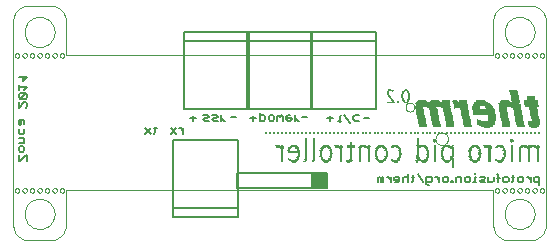
<source format=gbo>
G75*
%MOIN*%
%OFA0B0*%
%FSLAX24Y24*%
%IPPOS*%
%LPD*%
%AMOC8*
5,1,8,0,0,1.08239X$1,22.5*
%
%ADD10C,0.0000*%
%ADD11C,0.0050*%
%ADD12R,0.0080X0.0020*%
%ADD13R,0.0120X0.0020*%
%ADD14R,0.0060X0.0020*%
%ADD15R,0.0140X0.0020*%
%ADD16R,0.0100X0.0020*%
%ADD17R,0.0220X0.0020*%
%ADD18R,0.0200X0.0020*%
%ADD19R,0.0180X0.0020*%
%ADD20R,0.0260X0.0020*%
%ADD21R,0.0240X0.0020*%
%ADD22R,0.0160X0.0020*%
%ADD23R,0.0020X0.0020*%
%ADD24R,0.0040X0.0020*%
%ADD25R,0.0420X0.0020*%
%ADD26R,0.0660X0.0020*%
%ADD27R,0.0360X0.0020*%
%ADD28R,0.0340X0.0020*%
%ADD29R,0.0380X0.0020*%
%ADD30R,0.0280X0.0020*%
%ADD31R,0.0320X0.0020*%
%ADD32R,0.0300X0.0020*%
%ADD33R,0.0400X0.0020*%
%ADD34R,0.0480X0.0020*%
%ADD35R,0.0520X0.0020*%
%ADD36R,0.0580X0.0020*%
%ADD37R,0.0620X0.0020*%
%ADD38R,0.0600X0.0020*%
%ADD39R,0.0760X0.0020*%
%ADD40R,0.0740X0.0020*%
%ADD41R,0.0460X0.0020*%
%ADD42R,0.0440X0.0020*%
%ADD43R,0.0720X0.0020*%
%ADD44R,0.1160X0.0020*%
%ADD45R,0.0700X0.0020*%
%ADD46R,0.0560X0.0020*%
%ADD47R,0.1140X0.0020*%
%ADD48R,0.0680X0.0020*%
%ADD49R,0.1120X0.0020*%
D10*
X004943Y002737D02*
X005693Y002737D01*
X005737Y002739D01*
X005780Y002745D01*
X005822Y002754D01*
X005864Y002767D01*
X005904Y002784D01*
X005943Y002804D01*
X005980Y002827D01*
X006014Y002854D01*
X006047Y002883D01*
X006076Y002916D01*
X006103Y002950D01*
X006126Y002987D01*
X006146Y003026D01*
X006163Y003066D01*
X006176Y003108D01*
X006185Y003150D01*
X006191Y003193D01*
X006193Y003237D01*
X006193Y004393D01*
X020443Y004393D01*
X020443Y003237D01*
X020445Y003193D01*
X020451Y003150D01*
X020460Y003108D01*
X020473Y003066D01*
X020490Y003026D01*
X020510Y002987D01*
X020533Y002950D01*
X020560Y002916D01*
X020589Y002883D01*
X020622Y002854D01*
X020656Y002827D01*
X020693Y002804D01*
X020732Y002784D01*
X020772Y002767D01*
X020814Y002754D01*
X020856Y002745D01*
X020899Y002739D01*
X020943Y002737D01*
X021693Y002737D01*
X021737Y002739D01*
X021780Y002745D01*
X021822Y002754D01*
X021864Y002767D01*
X021904Y002784D01*
X021943Y002804D01*
X021980Y002827D01*
X022014Y002854D01*
X022047Y002883D01*
X022076Y002916D01*
X022103Y002950D01*
X022126Y002987D01*
X022146Y003026D01*
X022163Y003066D01*
X022176Y003108D01*
X022185Y003150D01*
X022191Y003193D01*
X022193Y003237D01*
X022193Y010050D01*
X022191Y010094D01*
X022185Y010137D01*
X022176Y010179D01*
X022163Y010221D01*
X022146Y010261D01*
X022126Y010300D01*
X022103Y010337D01*
X022076Y010371D01*
X022047Y010404D01*
X022014Y010433D01*
X021980Y010460D01*
X021943Y010483D01*
X021904Y010503D01*
X021864Y010520D01*
X021822Y010533D01*
X021780Y010542D01*
X021737Y010548D01*
X021693Y010550D01*
X020943Y010550D01*
X020899Y010548D01*
X020856Y010542D01*
X020814Y010533D01*
X020772Y010520D01*
X020732Y010503D01*
X020693Y010483D01*
X020656Y010460D01*
X020622Y010433D01*
X020589Y010404D01*
X020560Y010371D01*
X020533Y010337D01*
X020510Y010300D01*
X020490Y010261D01*
X020473Y010221D01*
X020460Y010179D01*
X020451Y010137D01*
X020445Y010094D01*
X020443Y010050D01*
X020443Y008893D01*
X006193Y008893D01*
X006193Y010050D01*
X006191Y010094D01*
X006185Y010137D01*
X006176Y010179D01*
X006163Y010221D01*
X006146Y010261D01*
X006126Y010300D01*
X006103Y010337D01*
X006076Y010371D01*
X006047Y010404D01*
X006014Y010433D01*
X005980Y010460D01*
X005943Y010483D01*
X005904Y010503D01*
X005864Y010520D01*
X005822Y010533D01*
X005780Y010542D01*
X005737Y010548D01*
X005693Y010550D01*
X004943Y010550D01*
X004899Y010548D01*
X004856Y010542D01*
X004814Y010533D01*
X004772Y010520D01*
X004732Y010503D01*
X004693Y010483D01*
X004656Y010460D01*
X004622Y010433D01*
X004589Y010404D01*
X004560Y010371D01*
X004533Y010337D01*
X004510Y010300D01*
X004490Y010261D01*
X004473Y010221D01*
X004460Y010179D01*
X004451Y010137D01*
X004445Y010094D01*
X004443Y010050D01*
X004443Y003237D01*
X004445Y003193D01*
X004451Y003150D01*
X004460Y003108D01*
X004473Y003066D01*
X004490Y003026D01*
X004510Y002987D01*
X004533Y002950D01*
X004560Y002916D01*
X004589Y002883D01*
X004622Y002854D01*
X004656Y002827D01*
X004693Y002804D01*
X004732Y002784D01*
X004772Y002767D01*
X004814Y002754D01*
X004856Y002745D01*
X004899Y002739D01*
X004943Y002737D01*
X004818Y003612D02*
X004820Y003656D01*
X004826Y003700D01*
X004836Y003743D01*
X004849Y003785D01*
X004866Y003826D01*
X004887Y003865D01*
X004911Y003902D01*
X004938Y003937D01*
X004968Y003969D01*
X005001Y003999D01*
X005037Y004025D01*
X005074Y004049D01*
X005114Y004068D01*
X005155Y004085D01*
X005198Y004097D01*
X005241Y004106D01*
X005285Y004111D01*
X005329Y004112D01*
X005373Y004109D01*
X005417Y004102D01*
X005460Y004091D01*
X005502Y004077D01*
X005542Y004059D01*
X005581Y004037D01*
X005617Y004013D01*
X005651Y003985D01*
X005683Y003954D01*
X005712Y003920D01*
X005738Y003884D01*
X005760Y003846D01*
X005779Y003806D01*
X005794Y003764D01*
X005806Y003722D01*
X005814Y003678D01*
X005818Y003634D01*
X005818Y003590D01*
X005814Y003546D01*
X005806Y003502D01*
X005794Y003460D01*
X005779Y003418D01*
X005760Y003378D01*
X005738Y003340D01*
X005712Y003304D01*
X005683Y003270D01*
X005651Y003239D01*
X005617Y003211D01*
X005581Y003187D01*
X005542Y003165D01*
X005502Y003147D01*
X005460Y003133D01*
X005417Y003122D01*
X005373Y003115D01*
X005329Y003112D01*
X005285Y003113D01*
X005241Y003118D01*
X005198Y003127D01*
X005155Y003139D01*
X005114Y003156D01*
X005074Y003175D01*
X005037Y003199D01*
X005001Y003225D01*
X004968Y003255D01*
X004938Y003287D01*
X004911Y003322D01*
X004887Y003359D01*
X004866Y003398D01*
X004849Y003439D01*
X004836Y003481D01*
X004826Y003524D01*
X004820Y003568D01*
X004818Y003612D01*
X004743Y004393D02*
X004745Y004410D01*
X004750Y004426D01*
X004759Y004440D01*
X004771Y004452D01*
X004785Y004461D01*
X004801Y004466D01*
X004818Y004468D01*
X004835Y004466D01*
X004851Y004461D01*
X004865Y004452D01*
X004877Y004440D01*
X004886Y004426D01*
X004891Y004410D01*
X004893Y004393D01*
X004891Y004376D01*
X004886Y004360D01*
X004877Y004346D01*
X004865Y004334D01*
X004851Y004325D01*
X004835Y004320D01*
X004818Y004318D01*
X004801Y004320D01*
X004785Y004325D01*
X004771Y004334D01*
X004759Y004346D01*
X004750Y004360D01*
X004745Y004376D01*
X004743Y004393D01*
X004493Y004393D02*
X004495Y004410D01*
X004500Y004426D01*
X004509Y004440D01*
X004521Y004452D01*
X004535Y004461D01*
X004551Y004466D01*
X004568Y004468D01*
X004585Y004466D01*
X004601Y004461D01*
X004615Y004452D01*
X004627Y004440D01*
X004636Y004426D01*
X004641Y004410D01*
X004643Y004393D01*
X004641Y004376D01*
X004636Y004360D01*
X004627Y004346D01*
X004615Y004334D01*
X004601Y004325D01*
X004585Y004320D01*
X004568Y004318D01*
X004551Y004320D01*
X004535Y004325D01*
X004521Y004334D01*
X004509Y004346D01*
X004500Y004360D01*
X004495Y004376D01*
X004493Y004393D01*
X004993Y004393D02*
X004995Y004410D01*
X005000Y004426D01*
X005009Y004440D01*
X005021Y004452D01*
X005035Y004461D01*
X005051Y004466D01*
X005068Y004468D01*
X005085Y004466D01*
X005101Y004461D01*
X005115Y004452D01*
X005127Y004440D01*
X005136Y004426D01*
X005141Y004410D01*
X005143Y004393D01*
X005141Y004376D01*
X005136Y004360D01*
X005127Y004346D01*
X005115Y004334D01*
X005101Y004325D01*
X005085Y004320D01*
X005068Y004318D01*
X005051Y004320D01*
X005035Y004325D01*
X005021Y004334D01*
X005009Y004346D01*
X005000Y004360D01*
X004995Y004376D01*
X004993Y004393D01*
X005243Y004393D02*
X005245Y004410D01*
X005250Y004426D01*
X005259Y004440D01*
X005271Y004452D01*
X005285Y004461D01*
X005301Y004466D01*
X005318Y004468D01*
X005335Y004466D01*
X005351Y004461D01*
X005365Y004452D01*
X005377Y004440D01*
X005386Y004426D01*
X005391Y004410D01*
X005393Y004393D01*
X005391Y004376D01*
X005386Y004360D01*
X005377Y004346D01*
X005365Y004334D01*
X005351Y004325D01*
X005335Y004320D01*
X005318Y004318D01*
X005301Y004320D01*
X005285Y004325D01*
X005271Y004334D01*
X005259Y004346D01*
X005250Y004360D01*
X005245Y004376D01*
X005243Y004393D01*
X005493Y004393D02*
X005495Y004410D01*
X005500Y004426D01*
X005509Y004440D01*
X005521Y004452D01*
X005535Y004461D01*
X005551Y004466D01*
X005568Y004468D01*
X005585Y004466D01*
X005601Y004461D01*
X005615Y004452D01*
X005627Y004440D01*
X005636Y004426D01*
X005641Y004410D01*
X005643Y004393D01*
X005641Y004376D01*
X005636Y004360D01*
X005627Y004346D01*
X005615Y004334D01*
X005601Y004325D01*
X005585Y004320D01*
X005568Y004318D01*
X005551Y004320D01*
X005535Y004325D01*
X005521Y004334D01*
X005509Y004346D01*
X005500Y004360D01*
X005495Y004376D01*
X005493Y004393D01*
X005743Y004393D02*
X005745Y004410D01*
X005750Y004426D01*
X005759Y004440D01*
X005771Y004452D01*
X005785Y004461D01*
X005801Y004466D01*
X005818Y004468D01*
X005835Y004466D01*
X005851Y004461D01*
X005865Y004452D01*
X005877Y004440D01*
X005886Y004426D01*
X005891Y004410D01*
X005893Y004393D01*
X005891Y004376D01*
X005886Y004360D01*
X005877Y004346D01*
X005865Y004334D01*
X005851Y004325D01*
X005835Y004320D01*
X005818Y004318D01*
X005801Y004320D01*
X005785Y004325D01*
X005771Y004334D01*
X005759Y004346D01*
X005750Y004360D01*
X005745Y004376D01*
X005743Y004393D01*
X005993Y004393D02*
X005995Y004410D01*
X006000Y004426D01*
X006009Y004440D01*
X006021Y004452D01*
X006035Y004461D01*
X006051Y004466D01*
X006068Y004468D01*
X006085Y004466D01*
X006101Y004461D01*
X006115Y004452D01*
X006127Y004440D01*
X006136Y004426D01*
X006141Y004410D01*
X006143Y004393D01*
X006141Y004376D01*
X006136Y004360D01*
X006127Y004346D01*
X006115Y004334D01*
X006101Y004325D01*
X006085Y004320D01*
X006068Y004318D01*
X006051Y004320D01*
X006035Y004325D01*
X006021Y004334D01*
X006009Y004346D01*
X006000Y004360D01*
X005995Y004376D01*
X005993Y004393D01*
X005993Y008893D02*
X005995Y008910D01*
X006000Y008926D01*
X006009Y008940D01*
X006021Y008952D01*
X006035Y008961D01*
X006051Y008966D01*
X006068Y008968D01*
X006085Y008966D01*
X006101Y008961D01*
X006115Y008952D01*
X006127Y008940D01*
X006136Y008926D01*
X006141Y008910D01*
X006143Y008893D01*
X006141Y008876D01*
X006136Y008860D01*
X006127Y008846D01*
X006115Y008834D01*
X006101Y008825D01*
X006085Y008820D01*
X006068Y008818D01*
X006051Y008820D01*
X006035Y008825D01*
X006021Y008834D01*
X006009Y008846D01*
X006000Y008860D01*
X005995Y008876D01*
X005993Y008893D01*
X005743Y008893D02*
X005745Y008910D01*
X005750Y008926D01*
X005759Y008940D01*
X005771Y008952D01*
X005785Y008961D01*
X005801Y008966D01*
X005818Y008968D01*
X005835Y008966D01*
X005851Y008961D01*
X005865Y008952D01*
X005877Y008940D01*
X005886Y008926D01*
X005891Y008910D01*
X005893Y008893D01*
X005891Y008876D01*
X005886Y008860D01*
X005877Y008846D01*
X005865Y008834D01*
X005851Y008825D01*
X005835Y008820D01*
X005818Y008818D01*
X005801Y008820D01*
X005785Y008825D01*
X005771Y008834D01*
X005759Y008846D01*
X005750Y008860D01*
X005745Y008876D01*
X005743Y008893D01*
X005493Y008893D02*
X005495Y008910D01*
X005500Y008926D01*
X005509Y008940D01*
X005521Y008952D01*
X005535Y008961D01*
X005551Y008966D01*
X005568Y008968D01*
X005585Y008966D01*
X005601Y008961D01*
X005615Y008952D01*
X005627Y008940D01*
X005636Y008926D01*
X005641Y008910D01*
X005643Y008893D01*
X005641Y008876D01*
X005636Y008860D01*
X005627Y008846D01*
X005615Y008834D01*
X005601Y008825D01*
X005585Y008820D01*
X005568Y008818D01*
X005551Y008820D01*
X005535Y008825D01*
X005521Y008834D01*
X005509Y008846D01*
X005500Y008860D01*
X005495Y008876D01*
X005493Y008893D01*
X005243Y008893D02*
X005245Y008910D01*
X005250Y008926D01*
X005259Y008940D01*
X005271Y008952D01*
X005285Y008961D01*
X005301Y008966D01*
X005318Y008968D01*
X005335Y008966D01*
X005351Y008961D01*
X005365Y008952D01*
X005377Y008940D01*
X005386Y008926D01*
X005391Y008910D01*
X005393Y008893D01*
X005391Y008876D01*
X005386Y008860D01*
X005377Y008846D01*
X005365Y008834D01*
X005351Y008825D01*
X005335Y008820D01*
X005318Y008818D01*
X005301Y008820D01*
X005285Y008825D01*
X005271Y008834D01*
X005259Y008846D01*
X005250Y008860D01*
X005245Y008876D01*
X005243Y008893D01*
X004993Y008893D02*
X004995Y008910D01*
X005000Y008926D01*
X005009Y008940D01*
X005021Y008952D01*
X005035Y008961D01*
X005051Y008966D01*
X005068Y008968D01*
X005085Y008966D01*
X005101Y008961D01*
X005115Y008952D01*
X005127Y008940D01*
X005136Y008926D01*
X005141Y008910D01*
X005143Y008893D01*
X005141Y008876D01*
X005136Y008860D01*
X005127Y008846D01*
X005115Y008834D01*
X005101Y008825D01*
X005085Y008820D01*
X005068Y008818D01*
X005051Y008820D01*
X005035Y008825D01*
X005021Y008834D01*
X005009Y008846D01*
X005000Y008860D01*
X004995Y008876D01*
X004993Y008893D01*
X004743Y008893D02*
X004745Y008910D01*
X004750Y008926D01*
X004759Y008940D01*
X004771Y008952D01*
X004785Y008961D01*
X004801Y008966D01*
X004818Y008968D01*
X004835Y008966D01*
X004851Y008961D01*
X004865Y008952D01*
X004877Y008940D01*
X004886Y008926D01*
X004891Y008910D01*
X004893Y008893D01*
X004891Y008876D01*
X004886Y008860D01*
X004877Y008846D01*
X004865Y008834D01*
X004851Y008825D01*
X004835Y008820D01*
X004818Y008818D01*
X004801Y008820D01*
X004785Y008825D01*
X004771Y008834D01*
X004759Y008846D01*
X004750Y008860D01*
X004745Y008876D01*
X004743Y008893D01*
X004493Y008893D02*
X004495Y008910D01*
X004500Y008926D01*
X004509Y008940D01*
X004521Y008952D01*
X004535Y008961D01*
X004551Y008966D01*
X004568Y008968D01*
X004585Y008966D01*
X004601Y008961D01*
X004615Y008952D01*
X004627Y008940D01*
X004636Y008926D01*
X004641Y008910D01*
X004643Y008893D01*
X004641Y008876D01*
X004636Y008860D01*
X004627Y008846D01*
X004615Y008834D01*
X004601Y008825D01*
X004585Y008820D01*
X004568Y008818D01*
X004551Y008820D01*
X004535Y008825D01*
X004521Y008834D01*
X004509Y008846D01*
X004500Y008860D01*
X004495Y008876D01*
X004493Y008893D01*
X004818Y009675D02*
X004820Y009719D01*
X004826Y009763D01*
X004836Y009806D01*
X004849Y009848D01*
X004866Y009889D01*
X004887Y009928D01*
X004911Y009965D01*
X004938Y010000D01*
X004968Y010032D01*
X005001Y010062D01*
X005037Y010088D01*
X005074Y010112D01*
X005114Y010131D01*
X005155Y010148D01*
X005198Y010160D01*
X005241Y010169D01*
X005285Y010174D01*
X005329Y010175D01*
X005373Y010172D01*
X005417Y010165D01*
X005460Y010154D01*
X005502Y010140D01*
X005542Y010122D01*
X005581Y010100D01*
X005617Y010076D01*
X005651Y010048D01*
X005683Y010017D01*
X005712Y009983D01*
X005738Y009947D01*
X005760Y009909D01*
X005779Y009869D01*
X005794Y009827D01*
X005806Y009785D01*
X005814Y009741D01*
X005818Y009697D01*
X005818Y009653D01*
X005814Y009609D01*
X005806Y009565D01*
X005794Y009523D01*
X005779Y009481D01*
X005760Y009441D01*
X005738Y009403D01*
X005712Y009367D01*
X005683Y009333D01*
X005651Y009302D01*
X005617Y009274D01*
X005581Y009250D01*
X005542Y009228D01*
X005502Y009210D01*
X005460Y009196D01*
X005417Y009185D01*
X005373Y009178D01*
X005329Y009175D01*
X005285Y009176D01*
X005241Y009181D01*
X005198Y009190D01*
X005155Y009202D01*
X005114Y009219D01*
X005074Y009238D01*
X005037Y009262D01*
X005001Y009288D01*
X004968Y009318D01*
X004938Y009350D01*
X004911Y009385D01*
X004887Y009422D01*
X004866Y009461D01*
X004849Y009502D01*
X004836Y009544D01*
X004826Y009587D01*
X004820Y009631D01*
X004818Y009675D01*
X017516Y007172D02*
X017518Y007196D01*
X017524Y007219D01*
X017533Y007241D01*
X017546Y007261D01*
X017561Y007279D01*
X017580Y007294D01*
X017601Y007306D01*
X017623Y007314D01*
X017646Y007319D01*
X017670Y007320D01*
X017694Y007317D01*
X017716Y007310D01*
X017738Y007300D01*
X017758Y007287D01*
X017775Y007270D01*
X017789Y007251D01*
X017800Y007230D01*
X017808Y007207D01*
X017812Y007184D01*
X017812Y007160D01*
X017808Y007137D01*
X017800Y007114D01*
X017789Y007093D01*
X017775Y007074D01*
X017758Y007057D01*
X017738Y007044D01*
X017716Y007034D01*
X017694Y007027D01*
X017670Y007024D01*
X017646Y007025D01*
X017623Y007030D01*
X017601Y007038D01*
X017580Y007050D01*
X017561Y007065D01*
X017546Y007083D01*
X017533Y007103D01*
X017524Y007125D01*
X017518Y007148D01*
X017516Y007172D01*
X018515Y006114D02*
X018517Y006142D01*
X018523Y006170D01*
X018532Y006196D01*
X018545Y006222D01*
X018561Y006245D01*
X018581Y006265D01*
X018603Y006283D01*
X018627Y006298D01*
X018653Y006309D01*
X018680Y006317D01*
X018708Y006321D01*
X018736Y006321D01*
X018764Y006317D01*
X018791Y006309D01*
X018817Y006298D01*
X018841Y006283D01*
X018863Y006265D01*
X018883Y006245D01*
X018899Y006222D01*
X018912Y006196D01*
X018921Y006170D01*
X018927Y006142D01*
X018929Y006114D01*
X018927Y006086D01*
X018921Y006058D01*
X018912Y006032D01*
X018899Y006006D01*
X018883Y005983D01*
X018863Y005963D01*
X018841Y005945D01*
X018817Y005930D01*
X018791Y005919D01*
X018764Y005911D01*
X018736Y005907D01*
X018708Y005907D01*
X018680Y005911D01*
X018653Y005919D01*
X018627Y005930D01*
X018603Y005945D01*
X018581Y005963D01*
X018561Y005983D01*
X018545Y006006D01*
X018532Y006032D01*
X018523Y006058D01*
X018517Y006086D01*
X018515Y006114D01*
X020493Y004393D02*
X020495Y004410D01*
X020500Y004426D01*
X020509Y004440D01*
X020521Y004452D01*
X020535Y004461D01*
X020551Y004466D01*
X020568Y004468D01*
X020585Y004466D01*
X020601Y004461D01*
X020615Y004452D01*
X020627Y004440D01*
X020636Y004426D01*
X020641Y004410D01*
X020643Y004393D01*
X020641Y004376D01*
X020636Y004360D01*
X020627Y004346D01*
X020615Y004334D01*
X020601Y004325D01*
X020585Y004320D01*
X020568Y004318D01*
X020551Y004320D01*
X020535Y004325D01*
X020521Y004334D01*
X020509Y004346D01*
X020500Y004360D01*
X020495Y004376D01*
X020493Y004393D01*
X020743Y004393D02*
X020745Y004410D01*
X020750Y004426D01*
X020759Y004440D01*
X020771Y004452D01*
X020785Y004461D01*
X020801Y004466D01*
X020818Y004468D01*
X020835Y004466D01*
X020851Y004461D01*
X020865Y004452D01*
X020877Y004440D01*
X020886Y004426D01*
X020891Y004410D01*
X020893Y004393D01*
X020891Y004376D01*
X020886Y004360D01*
X020877Y004346D01*
X020865Y004334D01*
X020851Y004325D01*
X020835Y004320D01*
X020818Y004318D01*
X020801Y004320D01*
X020785Y004325D01*
X020771Y004334D01*
X020759Y004346D01*
X020750Y004360D01*
X020745Y004376D01*
X020743Y004393D01*
X020993Y004393D02*
X020995Y004410D01*
X021000Y004426D01*
X021009Y004440D01*
X021021Y004452D01*
X021035Y004461D01*
X021051Y004466D01*
X021068Y004468D01*
X021085Y004466D01*
X021101Y004461D01*
X021115Y004452D01*
X021127Y004440D01*
X021136Y004426D01*
X021141Y004410D01*
X021143Y004393D01*
X021141Y004376D01*
X021136Y004360D01*
X021127Y004346D01*
X021115Y004334D01*
X021101Y004325D01*
X021085Y004320D01*
X021068Y004318D01*
X021051Y004320D01*
X021035Y004325D01*
X021021Y004334D01*
X021009Y004346D01*
X021000Y004360D01*
X020995Y004376D01*
X020993Y004393D01*
X021243Y004393D02*
X021245Y004410D01*
X021250Y004426D01*
X021259Y004440D01*
X021271Y004452D01*
X021285Y004461D01*
X021301Y004466D01*
X021318Y004468D01*
X021335Y004466D01*
X021351Y004461D01*
X021365Y004452D01*
X021377Y004440D01*
X021386Y004426D01*
X021391Y004410D01*
X021393Y004393D01*
X021391Y004376D01*
X021386Y004360D01*
X021377Y004346D01*
X021365Y004334D01*
X021351Y004325D01*
X021335Y004320D01*
X021318Y004318D01*
X021301Y004320D01*
X021285Y004325D01*
X021271Y004334D01*
X021259Y004346D01*
X021250Y004360D01*
X021245Y004376D01*
X021243Y004393D01*
X021493Y004393D02*
X021495Y004410D01*
X021500Y004426D01*
X021509Y004440D01*
X021521Y004452D01*
X021535Y004461D01*
X021551Y004466D01*
X021568Y004468D01*
X021585Y004466D01*
X021601Y004461D01*
X021615Y004452D01*
X021627Y004440D01*
X021636Y004426D01*
X021641Y004410D01*
X021643Y004393D01*
X021641Y004376D01*
X021636Y004360D01*
X021627Y004346D01*
X021615Y004334D01*
X021601Y004325D01*
X021585Y004320D01*
X021568Y004318D01*
X021551Y004320D01*
X021535Y004325D01*
X021521Y004334D01*
X021509Y004346D01*
X021500Y004360D01*
X021495Y004376D01*
X021493Y004393D01*
X021743Y004393D02*
X021745Y004410D01*
X021750Y004426D01*
X021759Y004440D01*
X021771Y004452D01*
X021785Y004461D01*
X021801Y004466D01*
X021818Y004468D01*
X021835Y004466D01*
X021851Y004461D01*
X021865Y004452D01*
X021877Y004440D01*
X021886Y004426D01*
X021891Y004410D01*
X021893Y004393D01*
X021891Y004376D01*
X021886Y004360D01*
X021877Y004346D01*
X021865Y004334D01*
X021851Y004325D01*
X021835Y004320D01*
X021818Y004318D01*
X021801Y004320D01*
X021785Y004325D01*
X021771Y004334D01*
X021759Y004346D01*
X021750Y004360D01*
X021745Y004376D01*
X021743Y004393D01*
X021993Y004393D02*
X021995Y004410D01*
X022000Y004426D01*
X022009Y004440D01*
X022021Y004452D01*
X022035Y004461D01*
X022051Y004466D01*
X022068Y004468D01*
X022085Y004466D01*
X022101Y004461D01*
X022115Y004452D01*
X022127Y004440D01*
X022136Y004426D01*
X022141Y004410D01*
X022143Y004393D01*
X022141Y004376D01*
X022136Y004360D01*
X022127Y004346D01*
X022115Y004334D01*
X022101Y004325D01*
X022085Y004320D01*
X022068Y004318D01*
X022051Y004320D01*
X022035Y004325D01*
X022021Y004334D01*
X022009Y004346D01*
X022000Y004360D01*
X021995Y004376D01*
X021993Y004393D01*
X020818Y003612D02*
X020820Y003656D01*
X020826Y003700D01*
X020836Y003743D01*
X020849Y003785D01*
X020866Y003826D01*
X020887Y003865D01*
X020911Y003902D01*
X020938Y003937D01*
X020968Y003969D01*
X021001Y003999D01*
X021037Y004025D01*
X021074Y004049D01*
X021114Y004068D01*
X021155Y004085D01*
X021198Y004097D01*
X021241Y004106D01*
X021285Y004111D01*
X021329Y004112D01*
X021373Y004109D01*
X021417Y004102D01*
X021460Y004091D01*
X021502Y004077D01*
X021542Y004059D01*
X021581Y004037D01*
X021617Y004013D01*
X021651Y003985D01*
X021683Y003954D01*
X021712Y003920D01*
X021738Y003884D01*
X021760Y003846D01*
X021779Y003806D01*
X021794Y003764D01*
X021806Y003722D01*
X021814Y003678D01*
X021818Y003634D01*
X021818Y003590D01*
X021814Y003546D01*
X021806Y003502D01*
X021794Y003460D01*
X021779Y003418D01*
X021760Y003378D01*
X021738Y003340D01*
X021712Y003304D01*
X021683Y003270D01*
X021651Y003239D01*
X021617Y003211D01*
X021581Y003187D01*
X021542Y003165D01*
X021502Y003147D01*
X021460Y003133D01*
X021417Y003122D01*
X021373Y003115D01*
X021329Y003112D01*
X021285Y003113D01*
X021241Y003118D01*
X021198Y003127D01*
X021155Y003139D01*
X021114Y003156D01*
X021074Y003175D01*
X021037Y003199D01*
X021001Y003225D01*
X020968Y003255D01*
X020938Y003287D01*
X020911Y003322D01*
X020887Y003359D01*
X020866Y003398D01*
X020849Y003439D01*
X020836Y003481D01*
X020826Y003524D01*
X020820Y003568D01*
X020818Y003612D01*
X020743Y008893D02*
X020745Y008910D01*
X020750Y008926D01*
X020759Y008940D01*
X020771Y008952D01*
X020785Y008961D01*
X020801Y008966D01*
X020818Y008968D01*
X020835Y008966D01*
X020851Y008961D01*
X020865Y008952D01*
X020877Y008940D01*
X020886Y008926D01*
X020891Y008910D01*
X020893Y008893D01*
X020891Y008876D01*
X020886Y008860D01*
X020877Y008846D01*
X020865Y008834D01*
X020851Y008825D01*
X020835Y008820D01*
X020818Y008818D01*
X020801Y008820D01*
X020785Y008825D01*
X020771Y008834D01*
X020759Y008846D01*
X020750Y008860D01*
X020745Y008876D01*
X020743Y008893D01*
X020493Y008893D02*
X020495Y008910D01*
X020500Y008926D01*
X020509Y008940D01*
X020521Y008952D01*
X020535Y008961D01*
X020551Y008966D01*
X020568Y008968D01*
X020585Y008966D01*
X020601Y008961D01*
X020615Y008952D01*
X020627Y008940D01*
X020636Y008926D01*
X020641Y008910D01*
X020643Y008893D01*
X020641Y008876D01*
X020636Y008860D01*
X020627Y008846D01*
X020615Y008834D01*
X020601Y008825D01*
X020585Y008820D01*
X020568Y008818D01*
X020551Y008820D01*
X020535Y008825D01*
X020521Y008834D01*
X020509Y008846D01*
X020500Y008860D01*
X020495Y008876D01*
X020493Y008893D01*
X020993Y008893D02*
X020995Y008910D01*
X021000Y008926D01*
X021009Y008940D01*
X021021Y008952D01*
X021035Y008961D01*
X021051Y008966D01*
X021068Y008968D01*
X021085Y008966D01*
X021101Y008961D01*
X021115Y008952D01*
X021127Y008940D01*
X021136Y008926D01*
X021141Y008910D01*
X021143Y008893D01*
X021141Y008876D01*
X021136Y008860D01*
X021127Y008846D01*
X021115Y008834D01*
X021101Y008825D01*
X021085Y008820D01*
X021068Y008818D01*
X021051Y008820D01*
X021035Y008825D01*
X021021Y008834D01*
X021009Y008846D01*
X021000Y008860D01*
X020995Y008876D01*
X020993Y008893D01*
X021243Y008893D02*
X021245Y008910D01*
X021250Y008926D01*
X021259Y008940D01*
X021271Y008952D01*
X021285Y008961D01*
X021301Y008966D01*
X021318Y008968D01*
X021335Y008966D01*
X021351Y008961D01*
X021365Y008952D01*
X021377Y008940D01*
X021386Y008926D01*
X021391Y008910D01*
X021393Y008893D01*
X021391Y008876D01*
X021386Y008860D01*
X021377Y008846D01*
X021365Y008834D01*
X021351Y008825D01*
X021335Y008820D01*
X021318Y008818D01*
X021301Y008820D01*
X021285Y008825D01*
X021271Y008834D01*
X021259Y008846D01*
X021250Y008860D01*
X021245Y008876D01*
X021243Y008893D01*
X021493Y008893D02*
X021495Y008910D01*
X021500Y008926D01*
X021509Y008940D01*
X021521Y008952D01*
X021535Y008961D01*
X021551Y008966D01*
X021568Y008968D01*
X021585Y008966D01*
X021601Y008961D01*
X021615Y008952D01*
X021627Y008940D01*
X021636Y008926D01*
X021641Y008910D01*
X021643Y008893D01*
X021641Y008876D01*
X021636Y008860D01*
X021627Y008846D01*
X021615Y008834D01*
X021601Y008825D01*
X021585Y008820D01*
X021568Y008818D01*
X021551Y008820D01*
X021535Y008825D01*
X021521Y008834D01*
X021509Y008846D01*
X021500Y008860D01*
X021495Y008876D01*
X021493Y008893D01*
X021743Y008893D02*
X021745Y008910D01*
X021750Y008926D01*
X021759Y008940D01*
X021771Y008952D01*
X021785Y008961D01*
X021801Y008966D01*
X021818Y008968D01*
X021835Y008966D01*
X021851Y008961D01*
X021865Y008952D01*
X021877Y008940D01*
X021886Y008926D01*
X021891Y008910D01*
X021893Y008893D01*
X021891Y008876D01*
X021886Y008860D01*
X021877Y008846D01*
X021865Y008834D01*
X021851Y008825D01*
X021835Y008820D01*
X021818Y008818D01*
X021801Y008820D01*
X021785Y008825D01*
X021771Y008834D01*
X021759Y008846D01*
X021750Y008860D01*
X021745Y008876D01*
X021743Y008893D01*
X021993Y008893D02*
X021995Y008910D01*
X022000Y008926D01*
X022009Y008940D01*
X022021Y008952D01*
X022035Y008961D01*
X022051Y008966D01*
X022068Y008968D01*
X022085Y008966D01*
X022101Y008961D01*
X022115Y008952D01*
X022127Y008940D01*
X022136Y008926D01*
X022141Y008910D01*
X022143Y008893D01*
X022141Y008876D01*
X022136Y008860D01*
X022127Y008846D01*
X022115Y008834D01*
X022101Y008825D01*
X022085Y008820D01*
X022068Y008818D01*
X022051Y008820D01*
X022035Y008825D01*
X022021Y008834D01*
X022009Y008846D01*
X022000Y008860D01*
X021995Y008876D01*
X021993Y008893D01*
X020818Y009675D02*
X020820Y009719D01*
X020826Y009763D01*
X020836Y009806D01*
X020849Y009848D01*
X020866Y009889D01*
X020887Y009928D01*
X020911Y009965D01*
X020938Y010000D01*
X020968Y010032D01*
X021001Y010062D01*
X021037Y010088D01*
X021074Y010112D01*
X021114Y010131D01*
X021155Y010148D01*
X021198Y010160D01*
X021241Y010169D01*
X021285Y010174D01*
X021329Y010175D01*
X021373Y010172D01*
X021417Y010165D01*
X021460Y010154D01*
X021502Y010140D01*
X021542Y010122D01*
X021581Y010100D01*
X021617Y010076D01*
X021651Y010048D01*
X021683Y010017D01*
X021712Y009983D01*
X021738Y009947D01*
X021760Y009909D01*
X021779Y009869D01*
X021794Y009827D01*
X021806Y009785D01*
X021814Y009741D01*
X021818Y009697D01*
X021818Y009653D01*
X021814Y009609D01*
X021806Y009565D01*
X021794Y009523D01*
X021779Y009481D01*
X021760Y009441D01*
X021738Y009403D01*
X021712Y009367D01*
X021683Y009333D01*
X021651Y009302D01*
X021617Y009274D01*
X021581Y009250D01*
X021542Y009228D01*
X021502Y009210D01*
X021460Y009196D01*
X021417Y009185D01*
X021373Y009178D01*
X021329Y009175D01*
X021285Y009176D01*
X021241Y009181D01*
X021198Y009190D01*
X021155Y009202D01*
X021114Y009219D01*
X021074Y009238D01*
X021037Y009262D01*
X021001Y009288D01*
X020968Y009318D01*
X020938Y009350D01*
X020911Y009385D01*
X020887Y009422D01*
X020866Y009461D01*
X020849Y009502D01*
X020836Y009544D01*
X020826Y009587D01*
X020820Y009631D01*
X020818Y009675D01*
D11*
X016533Y009673D02*
X016533Y009378D01*
X014368Y009378D01*
X014368Y007114D01*
X016533Y007114D01*
X016533Y009378D01*
X016533Y009673D02*
X014368Y009673D01*
X014368Y009378D01*
X014408Y009378D02*
X012243Y009378D01*
X012243Y007114D01*
X014408Y007114D01*
X014408Y009378D01*
X014408Y009673D01*
X012243Y009673D01*
X012243Y009378D01*
X012283Y009378D02*
X010118Y009378D01*
X010118Y007114D01*
X012283Y007114D01*
X012283Y009378D01*
X012283Y009673D01*
X010118Y009673D01*
X010118Y009378D01*
X012655Y006990D02*
X012655Y006719D01*
X012790Y006719D01*
X012836Y006764D01*
X012836Y006855D01*
X012790Y006900D01*
X012655Y006900D01*
X012523Y006796D02*
X012343Y006796D01*
X012433Y006706D02*
X012433Y006886D01*
X012950Y006855D02*
X012950Y006764D01*
X012995Y006719D01*
X013085Y006719D01*
X013130Y006764D01*
X013130Y006855D01*
X013085Y006900D01*
X012995Y006900D01*
X012950Y006855D01*
X013245Y006855D02*
X013245Y006719D01*
X013245Y006855D02*
X013290Y006900D01*
X013335Y006855D01*
X013380Y006900D01*
X013425Y006855D01*
X013425Y006719D01*
X013539Y006764D02*
X013539Y006855D01*
X013584Y006900D01*
X013674Y006900D01*
X013719Y006809D02*
X013539Y006809D01*
X013539Y006764D02*
X013584Y006719D01*
X013674Y006719D01*
X013719Y006764D01*
X013719Y006809D01*
X013834Y006809D02*
X013924Y006719D01*
X013969Y006719D01*
X013834Y006719D02*
X013834Y006900D01*
X014062Y006827D02*
X014242Y006827D01*
X014905Y006796D02*
X015086Y006796D01*
X014995Y006706D02*
X014995Y006886D01*
X015280Y006719D02*
X015370Y006719D01*
X015325Y006674D02*
X015325Y006855D01*
X015370Y006900D01*
X015477Y006900D02*
X015657Y006629D01*
X015771Y006764D02*
X015771Y006855D01*
X015816Y006900D01*
X015952Y006900D01*
X015952Y006719D02*
X015816Y006719D01*
X015771Y006764D01*
X016124Y006796D02*
X016304Y006796D01*
X017610Y004939D02*
X017610Y004668D01*
X017716Y004668D02*
X017761Y004713D01*
X017761Y004893D01*
X017806Y004848D02*
X017716Y004848D01*
X017610Y004803D02*
X017565Y004848D01*
X017475Y004848D01*
X017430Y004803D01*
X017430Y004668D01*
X017315Y004713D02*
X017270Y004668D01*
X017180Y004668D01*
X017135Y004758D02*
X017315Y004758D01*
X017315Y004713D02*
X017315Y004803D01*
X017270Y004848D01*
X017180Y004848D01*
X017135Y004803D01*
X017135Y004758D01*
X017020Y004758D02*
X016930Y004848D01*
X016885Y004848D01*
X016775Y004848D02*
X016730Y004848D01*
X016685Y004803D01*
X016640Y004848D01*
X016595Y004803D01*
X016595Y004668D01*
X016685Y004668D02*
X016685Y004803D01*
X016775Y004848D02*
X016775Y004668D01*
X017020Y004668D02*
X017020Y004848D01*
X017921Y004939D02*
X018101Y004668D01*
X018215Y004668D02*
X018350Y004668D01*
X018395Y004713D01*
X018395Y004803D01*
X018350Y004848D01*
X018215Y004848D01*
X018215Y004623D01*
X018260Y004578D01*
X018305Y004578D01*
X018506Y004848D02*
X018551Y004848D01*
X018641Y004758D01*
X018641Y004668D02*
X018641Y004848D01*
X018755Y004803D02*
X018800Y004848D01*
X018891Y004848D01*
X018936Y004803D01*
X018936Y004713D01*
X018891Y004668D01*
X018800Y004668D01*
X018755Y004713D01*
X018755Y004803D01*
X019038Y004713D02*
X019038Y004668D01*
X019083Y004668D01*
X019083Y004713D01*
X019038Y004713D01*
X019197Y004668D02*
X019197Y004803D01*
X019242Y004848D01*
X019378Y004848D01*
X019378Y004668D01*
X019492Y004713D02*
X019492Y004803D01*
X019537Y004848D01*
X019627Y004848D01*
X019672Y004803D01*
X019672Y004713D01*
X019627Y004668D01*
X019537Y004668D01*
X019492Y004713D01*
X019779Y004668D02*
X019869Y004668D01*
X019824Y004668D02*
X019824Y004848D01*
X019869Y004848D01*
X019824Y004939D02*
X019824Y004984D01*
X019983Y004848D02*
X020118Y004848D01*
X020163Y004803D01*
X020118Y004758D01*
X020028Y004758D01*
X019983Y004713D01*
X020028Y004668D01*
X020163Y004668D01*
X020278Y004668D02*
X020278Y004848D01*
X020458Y004848D02*
X020458Y004713D01*
X020413Y004668D01*
X020278Y004668D01*
X020609Y004668D02*
X020609Y004893D01*
X020564Y004939D01*
X020564Y004803D02*
X020654Y004803D01*
X020769Y004803D02*
X020769Y004713D01*
X020814Y004668D01*
X020904Y004668D01*
X020949Y004713D01*
X020949Y004803D01*
X020904Y004848D01*
X020814Y004848D01*
X020769Y004803D01*
X021055Y004848D02*
X021146Y004848D01*
X021100Y004893D02*
X021100Y004713D01*
X021055Y004668D01*
X021260Y004713D02*
X021260Y004803D01*
X021305Y004848D01*
X021395Y004848D01*
X021440Y004803D01*
X021440Y004713D01*
X021395Y004668D01*
X021305Y004668D01*
X021260Y004713D01*
X021551Y004848D02*
X021596Y004848D01*
X021686Y004758D01*
X021686Y004668D02*
X021686Y004848D01*
X021800Y004803D02*
X021800Y004713D01*
X021845Y004668D01*
X021980Y004668D01*
X021980Y004578D02*
X021980Y004848D01*
X021845Y004848D01*
X021800Y004803D01*
X014912Y004785D02*
X014412Y004785D01*
X014412Y004833D02*
X014912Y004833D01*
X014912Y004882D02*
X014412Y004882D01*
X014412Y004930D02*
X014912Y004930D01*
X014912Y004979D02*
X014412Y004979D01*
X014412Y004987D02*
X014912Y004987D01*
X014912Y004487D01*
X014412Y004487D01*
X014412Y004987D01*
X014412Y004736D02*
X014912Y004736D01*
X014912Y004688D02*
X014412Y004688D01*
X014412Y004639D02*
X014912Y004639D01*
X014912Y004591D02*
X014412Y004591D01*
X014412Y004542D02*
X014912Y004542D01*
X014912Y004494D02*
X014412Y004494D01*
X014912Y004487D02*
X011912Y004487D01*
X011912Y004987D01*
X014912Y004987D01*
X014912Y004487D01*
X011924Y003815D02*
X011924Y006079D01*
X009759Y006079D01*
X009759Y003815D01*
X011924Y003815D01*
X011924Y003520D01*
X009759Y003520D01*
X009759Y003815D01*
X009689Y006286D02*
X009869Y006466D01*
X009979Y006466D02*
X010024Y006466D01*
X010114Y006376D01*
X010114Y006286D02*
X010114Y006466D01*
X009869Y006286D02*
X009689Y006466D01*
X009221Y006466D02*
X009131Y006466D01*
X009176Y006511D02*
X009176Y006331D01*
X009131Y006286D01*
X009025Y006286D02*
X008845Y006466D01*
X009025Y006466D02*
X008845Y006286D01*
X010343Y006796D02*
X010523Y006796D01*
X010433Y006706D02*
X010433Y006886D01*
X010780Y006900D02*
X010915Y006900D01*
X010961Y006855D01*
X010915Y006809D01*
X010825Y006809D01*
X010780Y006764D01*
X010825Y006719D01*
X010961Y006719D01*
X011075Y006764D02*
X011120Y006719D01*
X011255Y006719D01*
X011210Y006809D02*
X011120Y006809D01*
X011075Y006764D01*
X011075Y006900D02*
X011210Y006900D01*
X011255Y006855D01*
X011210Y006809D01*
X011370Y006809D02*
X011460Y006719D01*
X011505Y006719D01*
X011370Y006719D02*
X011370Y006900D01*
X011687Y006827D02*
X011867Y006827D01*
X004894Y007200D02*
X004849Y007155D01*
X004894Y007200D02*
X004894Y007290D01*
X004849Y007335D01*
X004804Y007335D01*
X004624Y007155D01*
X004624Y007335D01*
X004669Y007450D02*
X004624Y007495D01*
X004624Y007585D01*
X004669Y007630D01*
X004849Y007630D01*
X004669Y007450D01*
X004849Y007450D01*
X004894Y007495D01*
X004894Y007585D01*
X004849Y007630D01*
X004804Y007744D02*
X004894Y007834D01*
X004624Y007834D01*
X004624Y007744D02*
X004624Y007924D01*
X004759Y008039D02*
X004759Y008219D01*
X004624Y008174D02*
X004894Y008174D01*
X004759Y008039D01*
X004759Y006746D02*
X004624Y006746D01*
X004624Y006611D01*
X004669Y006566D01*
X004714Y006611D01*
X004714Y006746D01*
X004759Y006746D02*
X004804Y006701D01*
X004804Y006611D01*
X004804Y006451D02*
X004804Y006316D01*
X004759Y006271D01*
X004669Y006271D01*
X004624Y006316D01*
X004624Y006451D01*
X004624Y006157D02*
X004759Y006157D01*
X004804Y006111D01*
X004804Y005976D01*
X004624Y005976D01*
X004669Y005862D02*
X004624Y005817D01*
X004624Y005727D01*
X004669Y005682D01*
X004759Y005682D01*
X004804Y005727D01*
X004804Y005817D01*
X004759Y005862D01*
X004669Y005862D01*
X004624Y005567D02*
X004624Y005387D01*
X004669Y005387D01*
X004849Y005567D01*
X004894Y005567D01*
X004894Y005387D01*
D12*
X013404Y005383D03*
X013404Y005363D03*
X013404Y005343D03*
X013404Y005403D03*
X013404Y005423D03*
X013404Y005443D03*
X013404Y005463D03*
X013404Y005483D03*
X013404Y005503D03*
X013404Y005523D03*
X013404Y005543D03*
X013404Y005563D03*
X013404Y005583D03*
X013404Y005603D03*
X013404Y005623D03*
X013404Y005643D03*
X013404Y005663D03*
X013404Y005683D03*
X013404Y005703D03*
X013404Y005723D03*
X013404Y005743D03*
X013404Y005863D03*
X013644Y005763D03*
X013644Y005743D03*
X013624Y005703D03*
X013924Y005763D03*
X013944Y005743D03*
X013944Y005723D03*
X013964Y005623D03*
X013964Y005603D03*
X013964Y005583D03*
X013964Y005563D03*
X013964Y005543D03*
X013944Y005483D03*
X013924Y005443D03*
X014184Y005403D03*
X014184Y005383D03*
X014184Y005363D03*
X014204Y005443D03*
X014204Y005463D03*
X014204Y005483D03*
X014204Y005503D03*
X014204Y005523D03*
X014204Y005543D03*
X014204Y005563D03*
X014204Y005583D03*
X014204Y005603D03*
X014204Y005623D03*
X014204Y005643D03*
X014204Y005663D03*
X014204Y005683D03*
X014204Y005703D03*
X014204Y005723D03*
X014204Y005743D03*
X014204Y005763D03*
X014204Y005783D03*
X014204Y005803D03*
X014204Y005823D03*
X014204Y005843D03*
X014204Y005863D03*
X014204Y005883D03*
X014204Y005903D03*
X014204Y005923D03*
X014204Y005943D03*
X014204Y005963D03*
X014204Y005983D03*
X014204Y006003D03*
X014204Y006023D03*
X014204Y006043D03*
X014204Y006063D03*
X014204Y006083D03*
X014204Y006103D03*
X014464Y006103D03*
X014464Y006083D03*
X014464Y006063D03*
X014464Y006043D03*
X014464Y006023D03*
X014464Y006003D03*
X014464Y005983D03*
X014464Y005963D03*
X014464Y005943D03*
X014464Y005923D03*
X014464Y005903D03*
X014464Y005883D03*
X014464Y005863D03*
X014464Y005843D03*
X014464Y005823D03*
X014464Y005803D03*
X014464Y005783D03*
X014464Y005763D03*
X014464Y005743D03*
X014464Y005723D03*
X014464Y005703D03*
X014464Y005683D03*
X014464Y005663D03*
X014464Y005643D03*
X014464Y005623D03*
X014464Y005603D03*
X014464Y005583D03*
X014464Y005563D03*
X014464Y005543D03*
X014464Y005523D03*
X014464Y005503D03*
X014464Y005483D03*
X014464Y005463D03*
X014464Y005443D03*
X014464Y005423D03*
X014464Y005403D03*
X014444Y005363D03*
X014444Y005343D03*
X014724Y005463D03*
X014724Y005483D03*
X014744Y005443D03*
X014704Y005523D03*
X014704Y005543D03*
X014704Y005563D03*
X014704Y005583D03*
X014704Y005603D03*
X014704Y005623D03*
X014704Y005643D03*
X014704Y005663D03*
X014704Y005683D03*
X014724Y005723D03*
X014724Y005743D03*
X015024Y005743D03*
X015044Y005683D03*
X015044Y005663D03*
X015044Y005643D03*
X015044Y005623D03*
X015044Y005583D03*
X015044Y005563D03*
X015044Y005543D03*
X015044Y005523D03*
X015024Y005483D03*
X015024Y005463D03*
X015364Y005463D03*
X015364Y005443D03*
X015364Y005423D03*
X015364Y005403D03*
X015364Y005383D03*
X015364Y005363D03*
X015364Y005343D03*
X015364Y005483D03*
X015364Y005503D03*
X015364Y005523D03*
X015364Y005543D03*
X015364Y005563D03*
X015364Y005583D03*
X015364Y005603D03*
X015364Y005623D03*
X015364Y005643D03*
X015364Y005663D03*
X015364Y005683D03*
X015364Y005703D03*
X015364Y005723D03*
X015364Y005743D03*
X015364Y005763D03*
X015364Y005863D03*
X015704Y005883D03*
X015704Y005903D03*
X015704Y005923D03*
X015704Y005943D03*
X015704Y005963D03*
X015704Y005803D03*
X015704Y005783D03*
X015704Y005763D03*
X015704Y005743D03*
X015704Y005723D03*
X015704Y005703D03*
X015704Y005683D03*
X015704Y005663D03*
X015704Y005643D03*
X015704Y005623D03*
X015704Y005603D03*
X015704Y005583D03*
X015704Y005563D03*
X015704Y005543D03*
X015704Y005523D03*
X015704Y005503D03*
X015704Y005483D03*
X015704Y005463D03*
X015704Y005443D03*
X015704Y005423D03*
X015984Y005423D03*
X015984Y005403D03*
X015984Y005383D03*
X015984Y005363D03*
X015984Y005343D03*
X015984Y005443D03*
X015984Y005463D03*
X015984Y005483D03*
X015984Y005503D03*
X015984Y005523D03*
X015984Y005543D03*
X015984Y005563D03*
X015984Y005583D03*
X015984Y005603D03*
X015984Y005623D03*
X015984Y005643D03*
X015984Y005663D03*
X015984Y005683D03*
X015984Y005703D03*
X015984Y005723D03*
X015984Y005743D03*
X015984Y005763D03*
X015984Y005783D03*
X016304Y005763D03*
X016304Y005743D03*
X016304Y005723D03*
X016304Y005703D03*
X016304Y005683D03*
X016304Y005663D03*
X016304Y005643D03*
X016304Y005623D03*
X016304Y005603D03*
X016304Y005583D03*
X016304Y005563D03*
X016304Y005543D03*
X016304Y005523D03*
X016304Y005503D03*
X016304Y005483D03*
X016304Y005463D03*
X016304Y005443D03*
X016304Y005423D03*
X016304Y005403D03*
X016304Y005383D03*
X016304Y005363D03*
X016304Y005343D03*
X016564Y005463D03*
X016564Y005483D03*
X016544Y005523D03*
X016544Y005543D03*
X016544Y005563D03*
X016544Y005583D03*
X016544Y005603D03*
X016544Y005623D03*
X016544Y005643D03*
X016544Y005663D03*
X016544Y005683D03*
X016564Y005723D03*
X016564Y005743D03*
X016304Y005863D03*
X016864Y005743D03*
X016864Y005723D03*
X016884Y005683D03*
X016884Y005663D03*
X016884Y005643D03*
X016884Y005623D03*
X016884Y005603D03*
X016884Y005583D03*
X016884Y005563D03*
X016884Y005543D03*
X016884Y005523D03*
X016864Y005483D03*
X016864Y005463D03*
X017304Y005423D03*
X017324Y005463D03*
X017344Y005503D03*
X017344Y005523D03*
X017344Y005543D03*
X017344Y005563D03*
X017344Y005643D03*
X017344Y005663D03*
X017344Y005683D03*
X017344Y005703D03*
X017324Y005743D03*
X017324Y005763D03*
X017304Y005783D03*
X017924Y005783D03*
X017924Y005763D03*
X017924Y005743D03*
X017924Y005723D03*
X017924Y005703D03*
X017924Y005683D03*
X017924Y005663D03*
X017924Y005643D03*
X017924Y005623D03*
X017924Y005603D03*
X017924Y005583D03*
X017924Y005563D03*
X017924Y005803D03*
X017924Y005903D03*
X017924Y005923D03*
X017924Y005943D03*
X017924Y005963D03*
X017924Y005983D03*
X017924Y006003D03*
X017924Y006023D03*
X017924Y006043D03*
X017924Y006063D03*
X017924Y006083D03*
X017924Y006103D03*
X018504Y005863D03*
X018504Y005843D03*
X018504Y005823D03*
X018504Y005803D03*
X018504Y005783D03*
X018504Y005763D03*
X018504Y005743D03*
X018504Y005723D03*
X018504Y005703D03*
X018504Y005683D03*
X018504Y005663D03*
X018504Y005643D03*
X018504Y005623D03*
X018504Y005603D03*
X018504Y005583D03*
X018504Y005563D03*
X018504Y005543D03*
X018504Y005523D03*
X018504Y005503D03*
X018504Y005483D03*
X018504Y005463D03*
X018504Y005443D03*
X018504Y005423D03*
X018504Y005403D03*
X018504Y005383D03*
X018504Y005363D03*
X018504Y005343D03*
X018244Y005443D03*
X018264Y005503D03*
X018264Y005523D03*
X018264Y005543D03*
X018264Y005603D03*
X018264Y005623D03*
X018264Y005643D03*
X018264Y005663D03*
X018264Y005683D03*
X018264Y005703D03*
X018244Y005723D03*
X018244Y005743D03*
X018224Y005783D03*
X018744Y005703D03*
X018744Y005683D03*
X018744Y005663D03*
X018744Y005643D03*
X018744Y005623D03*
X018744Y005603D03*
X018744Y005583D03*
X018744Y005563D03*
X018744Y005543D03*
X018764Y005503D03*
X018764Y005483D03*
X018764Y005463D03*
X018784Y005423D03*
X018984Y005383D03*
X019084Y005383D03*
X019084Y005363D03*
X019084Y005343D03*
X019084Y005323D03*
X019084Y005303D03*
X019084Y005283D03*
X019084Y005263D03*
X019084Y005243D03*
X019084Y005223D03*
X019084Y005203D03*
X019084Y005183D03*
X019084Y005163D03*
X019084Y005143D03*
X019084Y005523D03*
X019084Y005543D03*
X019084Y005563D03*
X019084Y005583D03*
X019084Y005603D03*
X019084Y005623D03*
X019084Y005643D03*
X019084Y005663D03*
X019084Y005683D03*
X019084Y005703D03*
X019084Y005723D03*
X019084Y005743D03*
X019084Y005763D03*
X019084Y005863D03*
X018764Y005763D03*
X018764Y005743D03*
X017924Y005383D03*
X017904Y005343D03*
X019664Y005543D03*
X019664Y005563D03*
X019664Y005583D03*
X019664Y005603D03*
X019664Y005623D03*
X019664Y005643D03*
X019664Y005663D03*
X019684Y005723D03*
X019704Y005763D03*
X019964Y005783D03*
X019984Y005743D03*
X020004Y005703D03*
X020004Y005683D03*
X020004Y005663D03*
X020024Y005603D03*
X020004Y005563D03*
X020004Y005543D03*
X020004Y005523D03*
X020004Y005503D03*
X019984Y005463D03*
X019964Y005423D03*
X019704Y005443D03*
X019684Y005483D03*
X019684Y005503D03*
X020804Y005463D03*
X020824Y005503D03*
X020824Y005523D03*
X020824Y005543D03*
X020824Y005563D03*
X020824Y005643D03*
X020824Y005663D03*
X020824Y005683D03*
X020824Y005703D03*
X020804Y005743D03*
X020804Y005763D03*
X020784Y005783D03*
X021064Y005783D03*
X021064Y005763D03*
X021064Y005743D03*
X021064Y005723D03*
X021064Y005703D03*
X021064Y005683D03*
X021064Y005663D03*
X021064Y005643D03*
X021064Y005623D03*
X021064Y005603D03*
X021064Y005583D03*
X021064Y005563D03*
X021064Y005543D03*
X021064Y005523D03*
X021064Y005503D03*
X021064Y005483D03*
X021064Y005463D03*
X021064Y005443D03*
X021064Y005423D03*
X021064Y005403D03*
X021064Y005383D03*
X021064Y005363D03*
X021064Y005343D03*
X021344Y005343D03*
X021344Y005363D03*
X021344Y005383D03*
X021344Y005403D03*
X021344Y005423D03*
X021344Y005443D03*
X021344Y005463D03*
X021344Y005483D03*
X021344Y005503D03*
X021344Y005523D03*
X021344Y005543D03*
X021344Y005563D03*
X021344Y005583D03*
X021344Y005603D03*
X021344Y005623D03*
X021344Y005643D03*
X021344Y005663D03*
X021344Y005683D03*
X021344Y005703D03*
X021344Y005723D03*
X021344Y005743D03*
X021344Y005763D03*
X021344Y005783D03*
X021344Y005803D03*
X021064Y005803D03*
X021064Y005823D03*
X021064Y005843D03*
X021064Y005863D03*
X021644Y005763D03*
X021644Y005743D03*
X021644Y005723D03*
X021644Y005703D03*
X021644Y005683D03*
X021644Y005663D03*
X021644Y005643D03*
X021644Y005623D03*
X021644Y005603D03*
X021644Y005583D03*
X021644Y005563D03*
X021644Y005543D03*
X021644Y005523D03*
X021644Y005503D03*
X021644Y005483D03*
X021644Y005463D03*
X021644Y005443D03*
X021644Y005423D03*
X021644Y005403D03*
X021644Y005383D03*
X021644Y005363D03*
X021644Y005343D03*
X021944Y005343D03*
X021944Y005363D03*
X021944Y005383D03*
X021944Y005403D03*
X021944Y005423D03*
X021944Y005443D03*
X021944Y005463D03*
X021944Y005483D03*
X021944Y005503D03*
X021944Y005523D03*
X021944Y005543D03*
X021944Y005563D03*
X021944Y005583D03*
X021944Y005603D03*
X021944Y005623D03*
X021944Y005643D03*
X021944Y005663D03*
X021944Y005683D03*
X021944Y005703D03*
X021944Y005723D03*
X021944Y005743D03*
X021944Y005763D03*
X021944Y005863D03*
X017584Y007343D03*
X017264Y007323D03*
X017064Y007403D03*
X016984Y007503D03*
X016964Y007703D03*
X017084Y007703D03*
D13*
X017524Y007723D03*
X018504Y007383D03*
X018504Y006043D03*
X018504Y006023D03*
X018184Y005823D03*
X017944Y005463D03*
X017944Y005443D03*
X018124Y005323D03*
X018824Y005383D03*
X018904Y005323D03*
X019064Y005443D03*
X019744Y005383D03*
X019844Y005323D03*
X019924Y005383D03*
X020324Y005783D03*
X020744Y005823D03*
X021064Y006023D03*
X021064Y006043D03*
X021364Y005823D03*
X020744Y005383D03*
X020664Y005323D03*
X020564Y005383D03*
X019744Y005823D03*
X017264Y005823D03*
X016804Y005823D03*
X016624Y005823D03*
X016004Y005823D03*
X015344Y005803D03*
X014964Y005823D03*
X014784Y005823D03*
X014764Y005403D03*
X014784Y005383D03*
X014964Y005383D03*
X015684Y005383D03*
X016624Y005383D03*
X016804Y005383D03*
X017084Y005383D03*
X017184Y005323D03*
X017264Y005383D03*
X013904Y005403D03*
X013804Y005323D03*
X013384Y005783D03*
X013244Y005883D03*
X013784Y005883D03*
X013884Y005823D03*
D14*
X014474Y006283D03*
X014474Y006303D03*
X014874Y006303D03*
X014874Y006283D03*
X015274Y006283D03*
X015274Y006303D03*
X015574Y005383D03*
X017054Y005403D03*
X017894Y005323D03*
X018514Y006083D03*
X019154Y006283D03*
X019154Y006303D03*
X019554Y006303D03*
X019554Y006283D03*
X019954Y006723D03*
X019154Y007383D03*
X017634Y007443D03*
X017634Y007463D03*
X017634Y007483D03*
X017634Y007543D03*
X017634Y007563D03*
X017634Y007583D03*
X017614Y007643D03*
X017594Y007683D03*
X017454Y007683D03*
X017434Y007643D03*
X017414Y007583D03*
X017414Y007563D03*
X017414Y007543D03*
X017414Y007523D03*
X017414Y007503D03*
X017414Y007483D03*
X017414Y007463D03*
X017434Y007403D03*
X017454Y007363D03*
X017474Y007343D03*
X017594Y007363D03*
X017614Y007383D03*
X017614Y007403D03*
X017274Y007343D03*
X017274Y007303D03*
X017094Y007343D03*
X017094Y007363D03*
X017074Y007383D03*
X017054Y007423D03*
X017034Y007443D03*
X017014Y007463D03*
X016994Y007483D03*
X016974Y007523D03*
X016954Y007543D03*
X016934Y007563D03*
X016934Y007583D03*
X016934Y007603D03*
X016934Y007663D03*
X016934Y007683D03*
X017014Y006303D03*
X017014Y006283D03*
X017414Y006283D03*
X017414Y006303D03*
X020534Y005403D03*
X021074Y006083D03*
X021294Y006283D03*
X021294Y006303D03*
X021694Y006303D03*
X021694Y006283D03*
X021634Y006683D03*
X013134Y006303D03*
X013134Y006283D03*
D15*
X013254Y005863D03*
X013374Y005803D03*
X013694Y005383D03*
X013874Y005383D03*
X014874Y005323D03*
X014874Y005883D03*
X015234Y005863D03*
X016274Y005803D03*
X016714Y005883D03*
X017174Y005883D03*
X016714Y005323D03*
X017954Y005423D03*
X018194Y005383D03*
X019054Y005403D03*
X019054Y005423D03*
X019054Y005803D03*
X018894Y005883D03*
X019834Y005883D03*
X020194Y005863D03*
X020314Y005803D03*
X020654Y005883D03*
X021614Y005803D03*
X021734Y005883D03*
X021914Y005803D03*
X019974Y006703D03*
X019154Y007363D03*
X018054Y007383D03*
X020834Y007383D03*
D16*
X021074Y006063D03*
X021074Y006003D03*
X020774Y005803D03*
X020814Y005723D03*
X020834Y005623D03*
X020834Y005603D03*
X020834Y005583D03*
X020814Y005483D03*
X020794Y005443D03*
X020774Y005423D03*
X020774Y005403D03*
X020334Y005403D03*
X020334Y005383D03*
X020334Y005363D03*
X020334Y005343D03*
X020334Y005423D03*
X020334Y005443D03*
X020334Y005463D03*
X020334Y005483D03*
X020334Y005503D03*
X020334Y005523D03*
X020334Y005543D03*
X020334Y005563D03*
X020334Y005583D03*
X020334Y005603D03*
X020334Y005623D03*
X020334Y005643D03*
X020334Y005663D03*
X020334Y005683D03*
X020334Y005703D03*
X020334Y005723D03*
X020334Y005743D03*
X020334Y005763D03*
X020334Y005863D03*
X020174Y005883D03*
X019974Y005763D03*
X019994Y005723D03*
X020014Y005643D03*
X020014Y005623D03*
X020014Y005583D03*
X019994Y005483D03*
X019974Y005443D03*
X019954Y005403D03*
X019734Y005403D03*
X019714Y005423D03*
X019694Y005463D03*
X019674Y005523D03*
X019674Y005683D03*
X019674Y005703D03*
X019694Y005743D03*
X019714Y005783D03*
X019734Y005803D03*
X019934Y005823D03*
X019954Y005803D03*
X020574Y005823D03*
X021634Y005783D03*
X021934Y005783D03*
X019074Y005783D03*
X018814Y005823D03*
X018794Y005803D03*
X018774Y005783D03*
X018754Y005723D03*
X018754Y005523D03*
X018774Y005443D03*
X018794Y005403D03*
X019074Y005463D03*
X019074Y005483D03*
X019074Y005503D03*
X018514Y006003D03*
X018514Y006063D03*
X018214Y005803D03*
X018234Y005763D03*
X018274Y005583D03*
X018274Y005563D03*
X018254Y005483D03*
X018254Y005463D03*
X018234Y005423D03*
X018214Y005403D03*
X018034Y005383D03*
X017914Y005363D03*
X017934Y005483D03*
X017934Y005503D03*
X017934Y005523D03*
X017934Y005543D03*
X017354Y005583D03*
X017354Y005603D03*
X017354Y005623D03*
X017334Y005723D03*
X017294Y005803D03*
X017094Y005823D03*
X016854Y005763D03*
X016834Y005783D03*
X016834Y005803D03*
X016874Y005703D03*
X016594Y005783D03*
X016594Y005803D03*
X016574Y005763D03*
X016554Y005703D03*
X016294Y005783D03*
X015994Y005803D03*
X015354Y005783D03*
X015214Y005883D03*
X015014Y005763D03*
X014994Y005783D03*
X014994Y005803D03*
X015034Y005723D03*
X015034Y005703D03*
X015054Y005603D03*
X015034Y005503D03*
X015014Y005443D03*
X014994Y005423D03*
X014994Y005403D03*
X014754Y005423D03*
X014714Y005503D03*
X014454Y005383D03*
X014194Y005423D03*
X014174Y005343D03*
X013934Y005463D03*
X013914Y005423D03*
X013954Y005503D03*
X013954Y005523D03*
X013954Y005703D03*
X013914Y005783D03*
X013894Y005803D03*
X013694Y005823D03*
X013674Y005803D03*
X013654Y005783D03*
X013634Y005723D03*
X013394Y005763D03*
X013654Y005403D03*
X014714Y005703D03*
X014734Y005763D03*
X014754Y005783D03*
X014754Y005803D03*
X015634Y005323D03*
X015694Y005403D03*
X016554Y005503D03*
X016574Y005443D03*
X016594Y005423D03*
X016594Y005403D03*
X016834Y005403D03*
X016834Y005423D03*
X016854Y005443D03*
X016874Y005503D03*
X017294Y005403D03*
X017314Y005443D03*
X017334Y005483D03*
X017534Y007303D03*
X017014Y007743D03*
D17*
X017014Y007303D03*
X017174Y005863D03*
X016714Y005863D03*
X016234Y005823D03*
X016094Y005863D03*
X016714Y005343D03*
X017174Y005343D03*
X018894Y005863D03*
X019834Y005863D03*
X020654Y005863D03*
X020654Y005343D03*
X021454Y005863D03*
X020234Y006483D03*
X014874Y005863D03*
X014874Y005343D03*
X013794Y005343D03*
D18*
X013784Y005863D03*
X017024Y007723D03*
X019184Y007323D03*
X021804Y006483D03*
X021884Y005823D03*
X019844Y005343D03*
X018904Y005343D03*
X018124Y005343D03*
D19*
X019034Y005823D03*
X019174Y007343D03*
X015634Y005363D03*
X015634Y005343D03*
D20*
X014874Y005363D03*
X014874Y005843D03*
X013794Y005843D03*
X013794Y005363D03*
X016714Y005363D03*
X017174Y005363D03*
X017174Y005843D03*
X016714Y005843D03*
X018114Y005363D03*
X019834Y005363D03*
X020654Y005363D03*
X020654Y005843D03*
X020254Y005843D03*
X019834Y005843D03*
X019594Y006503D03*
X019594Y006523D03*
X019594Y006543D03*
X019574Y006563D03*
X019574Y006583D03*
X019574Y006603D03*
X019574Y006623D03*
X019574Y006643D03*
X019554Y006663D03*
X019554Y006683D03*
X019554Y006703D03*
X019554Y006723D03*
X019554Y006743D03*
X019534Y006763D03*
X019534Y006783D03*
X019534Y006803D03*
X019534Y006823D03*
X019534Y006843D03*
X019514Y006863D03*
X019514Y006883D03*
X019514Y006903D03*
X019514Y006923D03*
X019514Y006943D03*
X019494Y006963D03*
X019494Y006983D03*
X019494Y007003D03*
X019494Y007023D03*
X019494Y007043D03*
X019474Y007063D03*
X019474Y007083D03*
X019474Y007103D03*
X019434Y007323D03*
X019434Y007343D03*
X019874Y007183D03*
X020294Y007163D03*
X020314Y007143D03*
X020334Y007123D03*
X020334Y007103D03*
X020354Y007083D03*
X020414Y006883D03*
X020414Y006863D03*
X020414Y006843D03*
X020414Y006823D03*
X020414Y006803D03*
X020414Y006783D03*
X020414Y006763D03*
X020414Y006743D03*
X020394Y006723D03*
X020814Y006803D03*
X020814Y006823D03*
X020814Y006843D03*
X020814Y006863D03*
X020814Y006883D03*
X020794Y006903D03*
X020794Y006923D03*
X020794Y006943D03*
X020794Y006963D03*
X020794Y006983D03*
X020774Y007003D03*
X020774Y007023D03*
X020774Y007043D03*
X020774Y007063D03*
X020774Y007083D03*
X020754Y007103D03*
X020754Y007123D03*
X020754Y007143D03*
X020754Y007163D03*
X020834Y007363D03*
X021174Y007383D03*
X021174Y007403D03*
X021174Y007423D03*
X021174Y007443D03*
X021154Y007483D03*
X021154Y007503D03*
X021154Y007523D03*
X021154Y007543D03*
X021134Y007583D03*
X021134Y007603D03*
X021134Y007623D03*
X021134Y007643D03*
X021114Y007683D03*
X021114Y007703D03*
X021114Y007723D03*
X021194Y007343D03*
X021194Y007323D03*
X021234Y007103D03*
X021234Y007083D03*
X021254Y007043D03*
X021254Y007023D03*
X021254Y007003D03*
X021254Y006983D03*
X021274Y006943D03*
X021274Y006923D03*
X021274Y006903D03*
X021274Y006883D03*
X021294Y006843D03*
X021294Y006823D03*
X021294Y006803D03*
X021294Y006783D03*
X021314Y006743D03*
X021314Y006723D03*
X021314Y006703D03*
X021314Y006683D03*
X021334Y006643D03*
X021334Y006623D03*
X021334Y006603D03*
X021334Y006583D03*
X021354Y006543D03*
X021354Y006523D03*
X021354Y006503D03*
X020874Y006503D03*
X020874Y006523D03*
X020874Y006543D03*
X020874Y006563D03*
X020874Y006583D03*
X020854Y006603D03*
X020854Y006623D03*
X020854Y006643D03*
X020854Y006663D03*
X020854Y006683D03*
X020834Y006703D03*
X020834Y006723D03*
X020834Y006743D03*
X020834Y006763D03*
X020834Y006783D03*
X021794Y006983D03*
X021794Y007003D03*
X021794Y007023D03*
X021794Y007043D03*
X021774Y007083D03*
X021774Y007103D03*
X021774Y007123D03*
X021774Y007143D03*
X021814Y006943D03*
X021814Y006923D03*
X021814Y006903D03*
X021814Y006883D03*
X021814Y006863D03*
X021834Y006843D03*
X021834Y006823D03*
X021834Y006803D03*
X021834Y006783D03*
X021834Y006763D03*
X021854Y006743D03*
X021854Y006723D03*
X021854Y006703D03*
X021714Y007403D03*
X021694Y007483D03*
X021694Y007503D03*
X018934Y006963D03*
X018934Y006943D03*
X018934Y006923D03*
X018934Y006903D03*
X018954Y006863D03*
X018954Y006843D03*
X018954Y006823D03*
X018954Y006803D03*
X018974Y006763D03*
X018974Y006743D03*
X018974Y006723D03*
X018974Y006703D03*
X018994Y006663D03*
X018994Y006643D03*
X018994Y006623D03*
X018994Y006603D03*
X019014Y006563D03*
X019014Y006543D03*
X019014Y006523D03*
X019014Y006503D03*
X018554Y006503D03*
X018554Y006523D03*
X018554Y006543D03*
X018554Y006563D03*
X018534Y006603D03*
X018534Y006623D03*
X018534Y006643D03*
X018534Y006663D03*
X018514Y006703D03*
X018514Y006723D03*
X018514Y006743D03*
X018514Y006763D03*
X018494Y006783D03*
X018494Y006803D03*
X018494Y006823D03*
X018494Y006843D03*
X018494Y006863D03*
X018474Y006883D03*
X018474Y006903D03*
X018474Y006923D03*
X018474Y006943D03*
X018474Y006963D03*
X018454Y006983D03*
X018454Y007003D03*
X018454Y007023D03*
X018454Y007043D03*
X018454Y007063D03*
X018434Y007083D03*
X018434Y007103D03*
X018434Y007123D03*
X017994Y007063D03*
X017994Y007043D03*
X017994Y007023D03*
X017994Y007003D03*
X018014Y006963D03*
X018014Y006943D03*
X018014Y006923D03*
X018014Y006903D03*
X018034Y006863D03*
X018034Y006843D03*
X018034Y006823D03*
X018034Y006803D03*
X018054Y006763D03*
X018054Y006743D03*
X018054Y006723D03*
X018054Y006703D03*
X018074Y006663D03*
X018074Y006643D03*
X018074Y006623D03*
X018074Y006603D03*
X018094Y006563D03*
X018094Y006543D03*
X018094Y006523D03*
X018094Y006503D03*
X018914Y007003D03*
X018914Y007023D03*
X018914Y007043D03*
X018914Y007063D03*
X018894Y007103D03*
X018854Y007323D03*
X018854Y007343D03*
X018854Y007363D03*
X018054Y007363D03*
X017974Y007163D03*
X017974Y007143D03*
X017974Y007123D03*
X017974Y007103D03*
D21*
X017984Y007083D03*
X018004Y006983D03*
X018024Y006883D03*
X018044Y006783D03*
X018064Y006683D03*
X018084Y006583D03*
X018524Y006683D03*
X018544Y006583D03*
X018984Y006683D03*
X019004Y006583D03*
X018964Y006783D03*
X018944Y006883D03*
X018924Y006983D03*
X018904Y007083D03*
X018504Y007363D03*
X019424Y007363D03*
X019864Y007163D03*
X019864Y007143D03*
X019864Y007123D03*
X019864Y007103D03*
X019864Y007083D03*
X019884Y007203D03*
X020404Y006903D03*
X020024Y006683D03*
X021264Y006963D03*
X021284Y006863D03*
X021304Y006763D03*
X021324Y006663D03*
X021344Y006563D03*
X021244Y007063D03*
X021784Y007063D03*
X021804Y006963D03*
X021724Y007383D03*
X021704Y007423D03*
X021704Y007443D03*
X021704Y007463D03*
X021184Y007363D03*
X021164Y007463D03*
X021144Y007563D03*
X021124Y007663D03*
X021604Y005823D03*
X021744Y005863D03*
X020264Y005823D03*
X018904Y005363D03*
X015684Y005823D03*
X015284Y005823D03*
X015284Y005843D03*
X013324Y005843D03*
X013324Y005823D03*
X017024Y007323D03*
D22*
X017524Y007323D03*
X017524Y007703D03*
X020024Y007383D03*
X021444Y005883D03*
X017964Y005823D03*
X017964Y005403D03*
X016084Y005883D03*
D23*
X017074Y005803D03*
X017054Y005423D03*
X018514Y005983D03*
X019934Y006743D03*
X019174Y007123D03*
X017114Y007683D03*
X020554Y005803D03*
X021074Y005983D03*
X020534Y005423D03*
X013634Y005443D03*
D24*
X013644Y005423D03*
X013664Y006283D03*
X013664Y006303D03*
X013544Y006303D03*
X013544Y006283D03*
X013404Y006283D03*
X013404Y006303D03*
X013264Y006303D03*
X013264Y006283D03*
X013004Y006283D03*
X013004Y006303D03*
X012864Y006303D03*
X012864Y006283D03*
X013804Y006283D03*
X013804Y006303D03*
X013944Y006303D03*
X013944Y006283D03*
X014064Y006283D03*
X014064Y006303D03*
X014204Y006303D03*
X014204Y006283D03*
X014344Y006283D03*
X014344Y006303D03*
X014604Y006303D03*
X014604Y006283D03*
X014744Y006283D03*
X014744Y006303D03*
X015004Y006303D03*
X015004Y006283D03*
X015144Y006283D03*
X015144Y006303D03*
X015404Y006303D03*
X015404Y006283D03*
X015544Y006283D03*
X015544Y006303D03*
X015684Y006303D03*
X015684Y006283D03*
X015804Y006283D03*
X015804Y006303D03*
X015944Y006303D03*
X015944Y006283D03*
X016084Y006283D03*
X016084Y006303D03*
X016204Y006303D03*
X016204Y006283D03*
X016344Y006283D03*
X016344Y006303D03*
X016484Y006303D03*
X016484Y006283D03*
X016604Y006283D03*
X016604Y006303D03*
X016744Y006303D03*
X016744Y006283D03*
X016884Y006283D03*
X016884Y006303D03*
X017144Y006303D03*
X017144Y006283D03*
X017284Y006283D03*
X017284Y006303D03*
X017544Y006303D03*
X017544Y006283D03*
X017684Y006283D03*
X017684Y006303D03*
X017824Y006303D03*
X017824Y006283D03*
X017944Y006283D03*
X017944Y006303D03*
X018084Y006303D03*
X018084Y006283D03*
X018224Y006283D03*
X018224Y006303D03*
X018344Y006303D03*
X018344Y006283D03*
X018484Y006283D03*
X018484Y006303D03*
X018624Y006303D03*
X018624Y006283D03*
X018744Y006283D03*
X018744Y006303D03*
X018884Y006303D03*
X018884Y006283D03*
X019024Y006283D03*
X019024Y006303D03*
X019284Y006303D03*
X019284Y006283D03*
X019424Y006283D03*
X019424Y006303D03*
X019684Y006303D03*
X019684Y006283D03*
X019824Y006283D03*
X019824Y006303D03*
X019964Y006303D03*
X019964Y006283D03*
X020084Y006283D03*
X020084Y006303D03*
X020224Y006303D03*
X020224Y006283D03*
X020364Y006283D03*
X020364Y006303D03*
X020484Y006303D03*
X020484Y006283D03*
X020624Y006283D03*
X020624Y006303D03*
X020764Y006303D03*
X020764Y006283D03*
X020884Y006283D03*
X020884Y006303D03*
X021024Y006303D03*
X021024Y006283D03*
X021164Y006283D03*
X021164Y006303D03*
X021424Y006303D03*
X021424Y006283D03*
X021564Y006283D03*
X021564Y006303D03*
X021824Y006303D03*
X021824Y006283D03*
X021964Y006283D03*
X021964Y006303D03*
X017624Y007423D03*
X017644Y007503D03*
X017644Y007523D03*
X017624Y007603D03*
X017624Y007623D03*
X017604Y007663D03*
X017524Y007743D03*
X017444Y007663D03*
X017424Y007623D03*
X017424Y007603D03*
X017424Y007443D03*
X017424Y007423D03*
X017444Y007383D03*
X016924Y007623D03*
X016924Y007643D03*
D25*
X013794Y005683D03*
X013794Y005663D03*
X013794Y005643D03*
D26*
X021654Y005843D03*
D27*
X021784Y006523D03*
X021784Y006543D03*
X020844Y007323D03*
X020044Y007343D03*
X018944Y005843D03*
D28*
X018054Y005843D03*
X018394Y007163D03*
X018514Y007323D03*
X018854Y007163D03*
X018074Y007343D03*
X020234Y006503D03*
X021174Y007163D03*
D29*
X021794Y006663D03*
X021794Y006643D03*
X021794Y006623D03*
X021794Y006603D03*
X021794Y006583D03*
X021794Y006563D03*
X016154Y005843D03*
D30*
X015684Y005843D03*
X015684Y005863D03*
X018024Y005883D03*
X018884Y007123D03*
X019464Y007123D03*
X020264Y007203D03*
X020284Y007183D03*
X020384Y006703D03*
X021224Y007123D03*
D31*
X021204Y007143D03*
X020824Y007343D03*
X018504Y007343D03*
X018044Y005863D03*
D32*
X018414Y007143D03*
X018874Y007143D03*
X020034Y007363D03*
X020374Y006683D03*
X021794Y006503D03*
X021834Y006683D03*
D33*
X021704Y007163D03*
X020224Y006523D03*
X018084Y007323D03*
D34*
X020044Y007303D03*
X020204Y006543D03*
X021724Y007183D03*
X021724Y007203D03*
X021724Y007223D03*
X021704Y007263D03*
X021704Y007283D03*
X021704Y007303D03*
X021704Y007323D03*
D35*
X020064Y007283D03*
X020204Y006563D03*
D36*
X020194Y006583D03*
D37*
X020194Y006603D03*
X020194Y006623D03*
X020214Y006663D03*
X020074Y007223D03*
D38*
X020064Y007243D03*
X020204Y006643D03*
D39*
X020144Y006923D03*
X020144Y006943D03*
X020144Y006963D03*
X020144Y006983D03*
X020124Y007003D03*
X020124Y007023D03*
X020124Y007043D03*
D40*
X020114Y007063D03*
D41*
X019374Y007143D03*
X019354Y007203D03*
X019354Y007223D03*
X019354Y007243D03*
X019334Y007263D03*
X019334Y007283D03*
X019334Y007303D03*
X021694Y007343D03*
X021694Y007363D03*
X021714Y007243D03*
D42*
X020044Y007323D03*
X019364Y007183D03*
X019364Y007163D03*
D43*
X020984Y007183D03*
X020984Y007203D03*
X020984Y007223D03*
X020984Y007243D03*
D44*
X018424Y007243D03*
X018424Y007223D03*
X018424Y007203D03*
X018424Y007183D03*
X018424Y007263D03*
D45*
X020974Y007263D03*
X020974Y007283D03*
D46*
X020064Y007263D03*
D47*
X018414Y007283D03*
D48*
X020984Y007303D03*
D49*
X018424Y007303D03*
M02*

</source>
